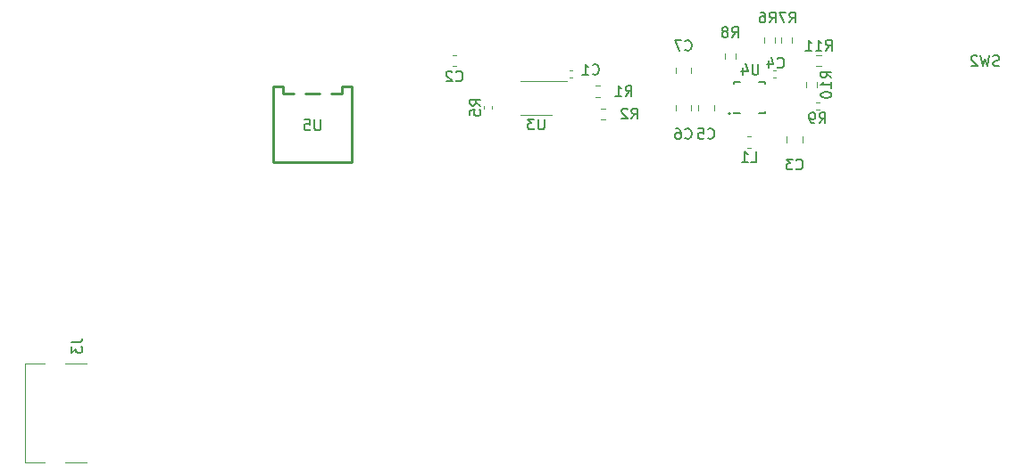
<source format=gbr>
%TF.GenerationSoftware,KiCad,Pcbnew,7.0.9*%
%TF.CreationDate,2024-03-17T17:30:52-07:00*%
%TF.ProjectId,PiEmulator,5069456d-756c-4617-946f-722e6b696361,rev?*%
%TF.SameCoordinates,Original*%
%TF.FileFunction,Legend,Bot*%
%TF.FilePolarity,Positive*%
%FSLAX46Y46*%
G04 Gerber Fmt 4.6, Leading zero omitted, Abs format (unit mm)*
G04 Created by KiCad (PCBNEW 7.0.9) date 2024-03-17 17:30:52*
%MOMM*%
%LPD*%
G01*
G04 APERTURE LIST*
%ADD10C,0.150000*%
%ADD11C,0.120000*%
%ADD12C,0.250000*%
G04 APERTURE END LIST*
D10*
X134687166Y-85444819D02*
X135020499Y-84968628D01*
X135258594Y-85444819D02*
X135258594Y-84444819D01*
X135258594Y-84444819D02*
X134877642Y-84444819D01*
X134877642Y-84444819D02*
X134782404Y-84492438D01*
X134782404Y-84492438D02*
X134734785Y-84540057D01*
X134734785Y-84540057D02*
X134687166Y-84635295D01*
X134687166Y-84635295D02*
X134687166Y-84778152D01*
X134687166Y-84778152D02*
X134734785Y-84873390D01*
X134734785Y-84873390D02*
X134782404Y-84921009D01*
X134782404Y-84921009D02*
X134877642Y-84968628D01*
X134877642Y-84968628D02*
X135258594Y-84968628D01*
X134210975Y-85444819D02*
X134020499Y-85444819D01*
X134020499Y-85444819D02*
X133925261Y-85397200D01*
X133925261Y-85397200D02*
X133877642Y-85349580D01*
X133877642Y-85349580D02*
X133782404Y-85206723D01*
X133782404Y-85206723D02*
X133734785Y-85016247D01*
X133734785Y-85016247D02*
X133734785Y-84635295D01*
X133734785Y-84635295D02*
X133782404Y-84540057D01*
X133782404Y-84540057D02*
X133830023Y-84492438D01*
X133830023Y-84492438D02*
X133925261Y-84444819D01*
X133925261Y-84444819D02*
X134115737Y-84444819D01*
X134115737Y-84444819D02*
X134210975Y-84492438D01*
X134210975Y-84492438D02*
X134258594Y-84540057D01*
X134258594Y-84540057D02*
X134306213Y-84635295D01*
X134306213Y-84635295D02*
X134306213Y-84873390D01*
X134306213Y-84873390D02*
X134258594Y-84968628D01*
X134258594Y-84968628D02*
X134210975Y-85016247D01*
X134210975Y-85016247D02*
X134115737Y-85063866D01*
X134115737Y-85063866D02*
X133925261Y-85063866D01*
X133925261Y-85063866D02*
X133830023Y-85016247D01*
X133830023Y-85016247D02*
X133782404Y-84968628D01*
X133782404Y-84968628D02*
X133734785Y-84873390D01*
X128904904Y-79845819D02*
X128904904Y-80655342D01*
X128904904Y-80655342D02*
X128857285Y-80750580D01*
X128857285Y-80750580D02*
X128809666Y-80798200D01*
X128809666Y-80798200D02*
X128714428Y-80845819D01*
X128714428Y-80845819D02*
X128523952Y-80845819D01*
X128523952Y-80845819D02*
X128428714Y-80798200D01*
X128428714Y-80798200D02*
X128381095Y-80750580D01*
X128381095Y-80750580D02*
X128333476Y-80655342D01*
X128333476Y-80655342D02*
X128333476Y-79845819D01*
X127428714Y-80179152D02*
X127428714Y-80845819D01*
X127666809Y-79798200D02*
X127904904Y-80512485D01*
X127904904Y-80512485D02*
X127285857Y-80512485D01*
X151744332Y-79972200D02*
X151601475Y-80019819D01*
X151601475Y-80019819D02*
X151363380Y-80019819D01*
X151363380Y-80019819D02*
X151268142Y-79972200D01*
X151268142Y-79972200D02*
X151220523Y-79924580D01*
X151220523Y-79924580D02*
X151172904Y-79829342D01*
X151172904Y-79829342D02*
X151172904Y-79734104D01*
X151172904Y-79734104D02*
X151220523Y-79638866D01*
X151220523Y-79638866D02*
X151268142Y-79591247D01*
X151268142Y-79591247D02*
X151363380Y-79543628D01*
X151363380Y-79543628D02*
X151553856Y-79496009D01*
X151553856Y-79496009D02*
X151649094Y-79448390D01*
X151649094Y-79448390D02*
X151696713Y-79400771D01*
X151696713Y-79400771D02*
X151744332Y-79305533D01*
X151744332Y-79305533D02*
X151744332Y-79210295D01*
X151744332Y-79210295D02*
X151696713Y-79115057D01*
X151696713Y-79115057D02*
X151649094Y-79067438D01*
X151649094Y-79067438D02*
X151553856Y-79019819D01*
X151553856Y-79019819D02*
X151315761Y-79019819D01*
X151315761Y-79019819D02*
X151172904Y-79067438D01*
X150839570Y-79019819D02*
X150601475Y-80019819D01*
X150601475Y-80019819D02*
X150410999Y-79305533D01*
X150410999Y-79305533D02*
X150220523Y-80019819D01*
X150220523Y-80019819D02*
X149982428Y-79019819D01*
X149649094Y-79115057D02*
X149601475Y-79067438D01*
X149601475Y-79067438D02*
X149506237Y-79019819D01*
X149506237Y-79019819D02*
X149268142Y-79019819D01*
X149268142Y-79019819D02*
X149172904Y-79067438D01*
X149172904Y-79067438D02*
X149125285Y-79115057D01*
X149125285Y-79115057D02*
X149077666Y-79210295D01*
X149077666Y-79210295D02*
X149077666Y-79305533D01*
X149077666Y-79305533D02*
X149125285Y-79448390D01*
X149125285Y-79448390D02*
X149696713Y-80019819D01*
X149696713Y-80019819D02*
X149077666Y-80019819D01*
X63787819Y-106271666D02*
X64502104Y-106271666D01*
X64502104Y-106271666D02*
X64644961Y-106224047D01*
X64644961Y-106224047D02*
X64740200Y-106128809D01*
X64740200Y-106128809D02*
X64787819Y-105985952D01*
X64787819Y-105985952D02*
X64787819Y-105890714D01*
X63787819Y-106652619D02*
X63787819Y-107271666D01*
X63787819Y-107271666D02*
X64168771Y-106938333D01*
X64168771Y-106938333D02*
X64168771Y-107081190D01*
X64168771Y-107081190D02*
X64216390Y-107176428D01*
X64216390Y-107176428D02*
X64264009Y-107224047D01*
X64264009Y-107224047D02*
X64359247Y-107271666D01*
X64359247Y-107271666D02*
X64597342Y-107271666D01*
X64597342Y-107271666D02*
X64692580Y-107224047D01*
X64692580Y-107224047D02*
X64740200Y-107176428D01*
X64740200Y-107176428D02*
X64787819Y-107081190D01*
X64787819Y-107081190D02*
X64787819Y-106795476D01*
X64787819Y-106795476D02*
X64740200Y-106700238D01*
X64740200Y-106700238D02*
X64692580Y-106652619D01*
X121959666Y-86846580D02*
X122007285Y-86894200D01*
X122007285Y-86894200D02*
X122150142Y-86941819D01*
X122150142Y-86941819D02*
X122245380Y-86941819D01*
X122245380Y-86941819D02*
X122388237Y-86894200D01*
X122388237Y-86894200D02*
X122483475Y-86798961D01*
X122483475Y-86798961D02*
X122531094Y-86703723D01*
X122531094Y-86703723D02*
X122578713Y-86513247D01*
X122578713Y-86513247D02*
X122578713Y-86370390D01*
X122578713Y-86370390D02*
X122531094Y-86179914D01*
X122531094Y-86179914D02*
X122483475Y-86084676D01*
X122483475Y-86084676D02*
X122388237Y-85989438D01*
X122388237Y-85989438D02*
X122245380Y-85941819D01*
X122245380Y-85941819D02*
X122150142Y-85941819D01*
X122150142Y-85941819D02*
X122007285Y-85989438D01*
X122007285Y-85989438D02*
X121959666Y-86037057D01*
X121102523Y-85941819D02*
X121292999Y-85941819D01*
X121292999Y-85941819D02*
X121388237Y-85989438D01*
X121388237Y-85989438D02*
X121435856Y-86037057D01*
X121435856Y-86037057D02*
X121531094Y-86179914D01*
X121531094Y-86179914D02*
X121578713Y-86370390D01*
X121578713Y-86370390D02*
X121578713Y-86751342D01*
X121578713Y-86751342D02*
X121531094Y-86846580D01*
X121531094Y-86846580D02*
X121483475Y-86894200D01*
X121483475Y-86894200D02*
X121388237Y-86941819D01*
X121388237Y-86941819D02*
X121197761Y-86941819D01*
X121197761Y-86941819D02*
X121102523Y-86894200D01*
X121102523Y-86894200D02*
X121054904Y-86846580D01*
X121054904Y-86846580D02*
X121007285Y-86751342D01*
X121007285Y-86751342D02*
X121007285Y-86513247D01*
X121007285Y-86513247D02*
X121054904Y-86418009D01*
X121054904Y-86418009D02*
X121102523Y-86370390D01*
X121102523Y-86370390D02*
X121197761Y-86322771D01*
X121197761Y-86322771D02*
X121388237Y-86322771D01*
X121388237Y-86322771D02*
X121483475Y-86370390D01*
X121483475Y-86370390D02*
X121531094Y-86418009D01*
X121531094Y-86418009D02*
X121578713Y-86513247D01*
X87395904Y-85115819D02*
X87395904Y-85925342D01*
X87395904Y-85925342D02*
X87348285Y-86020580D01*
X87348285Y-86020580D02*
X87300666Y-86068200D01*
X87300666Y-86068200D02*
X87205428Y-86115819D01*
X87205428Y-86115819D02*
X87014952Y-86115819D01*
X87014952Y-86115819D02*
X86919714Y-86068200D01*
X86919714Y-86068200D02*
X86872095Y-86020580D01*
X86872095Y-86020580D02*
X86824476Y-85925342D01*
X86824476Y-85925342D02*
X86824476Y-85115819D01*
X85872095Y-85115819D02*
X86348285Y-85115819D01*
X86348285Y-85115819D02*
X86395904Y-85592009D01*
X86395904Y-85592009D02*
X86348285Y-85544390D01*
X86348285Y-85544390D02*
X86253047Y-85496771D01*
X86253047Y-85496771D02*
X86014952Y-85496771D01*
X86014952Y-85496771D02*
X85919714Y-85544390D01*
X85919714Y-85544390D02*
X85872095Y-85592009D01*
X85872095Y-85592009D02*
X85824476Y-85687247D01*
X85824476Y-85687247D02*
X85824476Y-85925342D01*
X85824476Y-85925342D02*
X85872095Y-86020580D01*
X85872095Y-86020580D02*
X85919714Y-86068200D01*
X85919714Y-86068200D02*
X86014952Y-86115819D01*
X86014952Y-86115819D02*
X86253047Y-86115819D01*
X86253047Y-86115819D02*
X86348285Y-86068200D01*
X86348285Y-86068200D02*
X86395904Y-86020580D01*
X108607904Y-85052819D02*
X108607904Y-85862342D01*
X108607904Y-85862342D02*
X108560285Y-85957580D01*
X108560285Y-85957580D02*
X108512666Y-86005200D01*
X108512666Y-86005200D02*
X108417428Y-86052819D01*
X108417428Y-86052819D02*
X108226952Y-86052819D01*
X108226952Y-86052819D02*
X108131714Y-86005200D01*
X108131714Y-86005200D02*
X108084095Y-85957580D01*
X108084095Y-85957580D02*
X108036476Y-85862342D01*
X108036476Y-85862342D02*
X108036476Y-85052819D01*
X107655523Y-85052819D02*
X107036476Y-85052819D01*
X107036476Y-85052819D02*
X107369809Y-85433771D01*
X107369809Y-85433771D02*
X107226952Y-85433771D01*
X107226952Y-85433771D02*
X107131714Y-85481390D01*
X107131714Y-85481390D02*
X107084095Y-85529009D01*
X107084095Y-85529009D02*
X107036476Y-85624247D01*
X107036476Y-85624247D02*
X107036476Y-85862342D01*
X107036476Y-85862342D02*
X107084095Y-85957580D01*
X107084095Y-85957580D02*
X107131714Y-86005200D01*
X107131714Y-86005200D02*
X107226952Y-86052819D01*
X107226952Y-86052819D02*
X107512666Y-86052819D01*
X107512666Y-86052819D02*
X107607904Y-86005200D01*
X107607904Y-86005200D02*
X107655523Y-85957580D01*
X135833319Y-81145142D02*
X135357128Y-80811809D01*
X135833319Y-80573714D02*
X134833319Y-80573714D01*
X134833319Y-80573714D02*
X134833319Y-80954666D01*
X134833319Y-80954666D02*
X134880938Y-81049904D01*
X134880938Y-81049904D02*
X134928557Y-81097523D01*
X134928557Y-81097523D02*
X135023795Y-81145142D01*
X135023795Y-81145142D02*
X135166652Y-81145142D01*
X135166652Y-81145142D02*
X135261890Y-81097523D01*
X135261890Y-81097523D02*
X135309509Y-81049904D01*
X135309509Y-81049904D02*
X135357128Y-80954666D01*
X135357128Y-80954666D02*
X135357128Y-80573714D01*
X135833319Y-82097523D02*
X135833319Y-81526095D01*
X135833319Y-81811809D02*
X134833319Y-81811809D01*
X134833319Y-81811809D02*
X134976176Y-81716571D01*
X134976176Y-81716571D02*
X135071414Y-81621333D01*
X135071414Y-81621333D02*
X135119033Y-81526095D01*
X134833319Y-82716571D02*
X134833319Y-82811809D01*
X134833319Y-82811809D02*
X134880938Y-82907047D01*
X134880938Y-82907047D02*
X134928557Y-82954666D01*
X134928557Y-82954666D02*
X135023795Y-83002285D01*
X135023795Y-83002285D02*
X135214271Y-83049904D01*
X135214271Y-83049904D02*
X135452366Y-83049904D01*
X135452366Y-83049904D02*
X135642842Y-83002285D01*
X135642842Y-83002285D02*
X135738080Y-82954666D01*
X135738080Y-82954666D02*
X135785700Y-82907047D01*
X135785700Y-82907047D02*
X135833319Y-82811809D01*
X135833319Y-82811809D02*
X135833319Y-82716571D01*
X135833319Y-82716571D02*
X135785700Y-82621333D01*
X135785700Y-82621333D02*
X135738080Y-82573714D01*
X135738080Y-82573714D02*
X135642842Y-82526095D01*
X135642842Y-82526095D02*
X135452366Y-82478476D01*
X135452366Y-82478476D02*
X135214271Y-82478476D01*
X135214271Y-82478476D02*
X135023795Y-82526095D01*
X135023795Y-82526095D02*
X134928557Y-82573714D01*
X134928557Y-82573714D02*
X134880938Y-82621333D01*
X134880938Y-82621333D02*
X134833319Y-82716571D01*
X102562819Y-83780333D02*
X102086628Y-83447000D01*
X102562819Y-83208905D02*
X101562819Y-83208905D01*
X101562819Y-83208905D02*
X101562819Y-83589857D01*
X101562819Y-83589857D02*
X101610438Y-83685095D01*
X101610438Y-83685095D02*
X101658057Y-83732714D01*
X101658057Y-83732714D02*
X101753295Y-83780333D01*
X101753295Y-83780333D02*
X101896152Y-83780333D01*
X101896152Y-83780333D02*
X101991390Y-83732714D01*
X101991390Y-83732714D02*
X102039009Y-83685095D01*
X102039009Y-83685095D02*
X102086628Y-83589857D01*
X102086628Y-83589857D02*
X102086628Y-83208905D01*
X101562819Y-84685095D02*
X101562819Y-84208905D01*
X101562819Y-84208905D02*
X102039009Y-84161286D01*
X102039009Y-84161286D02*
X101991390Y-84208905D01*
X101991390Y-84208905D02*
X101943771Y-84304143D01*
X101943771Y-84304143D02*
X101943771Y-84542238D01*
X101943771Y-84542238D02*
X101991390Y-84637476D01*
X101991390Y-84637476D02*
X102039009Y-84685095D01*
X102039009Y-84685095D02*
X102134247Y-84732714D01*
X102134247Y-84732714D02*
X102372342Y-84732714D01*
X102372342Y-84732714D02*
X102467580Y-84685095D01*
X102467580Y-84685095D02*
X102515200Y-84637476D01*
X102515200Y-84637476D02*
X102562819Y-84542238D01*
X102562819Y-84542238D02*
X102562819Y-84304143D01*
X102562819Y-84304143D02*
X102515200Y-84208905D01*
X102515200Y-84208905D02*
X102467580Y-84161286D01*
X124118666Y-86846580D02*
X124166285Y-86894200D01*
X124166285Y-86894200D02*
X124309142Y-86941819D01*
X124309142Y-86941819D02*
X124404380Y-86941819D01*
X124404380Y-86941819D02*
X124547237Y-86894200D01*
X124547237Y-86894200D02*
X124642475Y-86798961D01*
X124642475Y-86798961D02*
X124690094Y-86703723D01*
X124690094Y-86703723D02*
X124737713Y-86513247D01*
X124737713Y-86513247D02*
X124737713Y-86370390D01*
X124737713Y-86370390D02*
X124690094Y-86179914D01*
X124690094Y-86179914D02*
X124642475Y-86084676D01*
X124642475Y-86084676D02*
X124547237Y-85989438D01*
X124547237Y-85989438D02*
X124404380Y-85941819D01*
X124404380Y-85941819D02*
X124309142Y-85941819D01*
X124309142Y-85941819D02*
X124166285Y-85989438D01*
X124166285Y-85989438D02*
X124118666Y-86037057D01*
X123213904Y-85941819D02*
X123690094Y-85941819D01*
X123690094Y-85941819D02*
X123737713Y-86418009D01*
X123737713Y-86418009D02*
X123690094Y-86370390D01*
X123690094Y-86370390D02*
X123594856Y-86322771D01*
X123594856Y-86322771D02*
X123356761Y-86322771D01*
X123356761Y-86322771D02*
X123261523Y-86370390D01*
X123261523Y-86370390D02*
X123213904Y-86418009D01*
X123213904Y-86418009D02*
X123166285Y-86513247D01*
X123166285Y-86513247D02*
X123166285Y-86751342D01*
X123166285Y-86751342D02*
X123213904Y-86846580D01*
X123213904Y-86846580D02*
X123261523Y-86894200D01*
X123261523Y-86894200D02*
X123356761Y-86941819D01*
X123356761Y-86941819D02*
X123594856Y-86941819D01*
X123594856Y-86941819D02*
X123690094Y-86894200D01*
X123690094Y-86894200D02*
X123737713Y-86846580D01*
X129960666Y-75892819D02*
X130293999Y-75416628D01*
X130532094Y-75892819D02*
X130532094Y-74892819D01*
X130532094Y-74892819D02*
X130151142Y-74892819D01*
X130151142Y-74892819D02*
X130055904Y-74940438D01*
X130055904Y-74940438D02*
X130008285Y-74988057D01*
X130008285Y-74988057D02*
X129960666Y-75083295D01*
X129960666Y-75083295D02*
X129960666Y-75226152D01*
X129960666Y-75226152D02*
X130008285Y-75321390D01*
X130008285Y-75321390D02*
X130055904Y-75369009D01*
X130055904Y-75369009D02*
X130151142Y-75416628D01*
X130151142Y-75416628D02*
X130532094Y-75416628D01*
X129103523Y-74892819D02*
X129293999Y-74892819D01*
X129293999Y-74892819D02*
X129389237Y-74940438D01*
X129389237Y-74940438D02*
X129436856Y-74988057D01*
X129436856Y-74988057D02*
X129532094Y-75130914D01*
X129532094Y-75130914D02*
X129579713Y-75321390D01*
X129579713Y-75321390D02*
X129579713Y-75702342D01*
X129579713Y-75702342D02*
X129532094Y-75797580D01*
X129532094Y-75797580D02*
X129484475Y-75845200D01*
X129484475Y-75845200D02*
X129389237Y-75892819D01*
X129389237Y-75892819D02*
X129198761Y-75892819D01*
X129198761Y-75892819D02*
X129103523Y-75845200D01*
X129103523Y-75845200D02*
X129055904Y-75797580D01*
X129055904Y-75797580D02*
X129008285Y-75702342D01*
X129008285Y-75702342D02*
X129008285Y-75464247D01*
X129008285Y-75464247D02*
X129055904Y-75369009D01*
X129055904Y-75369009D02*
X129103523Y-75321390D01*
X129103523Y-75321390D02*
X129198761Y-75273771D01*
X129198761Y-75273771D02*
X129389237Y-75273771D01*
X129389237Y-75273771D02*
X129484475Y-75321390D01*
X129484475Y-75321390D02*
X129532094Y-75369009D01*
X129532094Y-75369009D02*
X129579713Y-75464247D01*
X132500666Y-89767580D02*
X132548285Y-89815200D01*
X132548285Y-89815200D02*
X132691142Y-89862819D01*
X132691142Y-89862819D02*
X132786380Y-89862819D01*
X132786380Y-89862819D02*
X132929237Y-89815200D01*
X132929237Y-89815200D02*
X133024475Y-89719961D01*
X133024475Y-89719961D02*
X133072094Y-89624723D01*
X133072094Y-89624723D02*
X133119713Y-89434247D01*
X133119713Y-89434247D02*
X133119713Y-89291390D01*
X133119713Y-89291390D02*
X133072094Y-89100914D01*
X133072094Y-89100914D02*
X133024475Y-89005676D01*
X133024475Y-89005676D02*
X132929237Y-88910438D01*
X132929237Y-88910438D02*
X132786380Y-88862819D01*
X132786380Y-88862819D02*
X132691142Y-88862819D01*
X132691142Y-88862819D02*
X132548285Y-88910438D01*
X132548285Y-88910438D02*
X132500666Y-88958057D01*
X132167332Y-88862819D02*
X131548285Y-88862819D01*
X131548285Y-88862819D02*
X131881618Y-89243771D01*
X131881618Y-89243771D02*
X131738761Y-89243771D01*
X131738761Y-89243771D02*
X131643523Y-89291390D01*
X131643523Y-89291390D02*
X131595904Y-89339009D01*
X131595904Y-89339009D02*
X131548285Y-89434247D01*
X131548285Y-89434247D02*
X131548285Y-89672342D01*
X131548285Y-89672342D02*
X131595904Y-89767580D01*
X131595904Y-89767580D02*
X131643523Y-89815200D01*
X131643523Y-89815200D02*
X131738761Y-89862819D01*
X131738761Y-89862819D02*
X132024475Y-89862819D01*
X132024475Y-89862819D02*
X132119713Y-89815200D01*
X132119713Y-89815200D02*
X132167332Y-89767580D01*
X131865666Y-75892819D02*
X132198999Y-75416628D01*
X132437094Y-75892819D02*
X132437094Y-74892819D01*
X132437094Y-74892819D02*
X132056142Y-74892819D01*
X132056142Y-74892819D02*
X131960904Y-74940438D01*
X131960904Y-74940438D02*
X131913285Y-74988057D01*
X131913285Y-74988057D02*
X131865666Y-75083295D01*
X131865666Y-75083295D02*
X131865666Y-75226152D01*
X131865666Y-75226152D02*
X131913285Y-75321390D01*
X131913285Y-75321390D02*
X131960904Y-75369009D01*
X131960904Y-75369009D02*
X132056142Y-75416628D01*
X132056142Y-75416628D02*
X132437094Y-75416628D01*
X131532332Y-74892819D02*
X130865666Y-74892819D01*
X130865666Y-74892819D02*
X131294237Y-75892819D01*
X100242666Y-81385580D02*
X100290285Y-81433200D01*
X100290285Y-81433200D02*
X100433142Y-81480819D01*
X100433142Y-81480819D02*
X100528380Y-81480819D01*
X100528380Y-81480819D02*
X100671237Y-81433200D01*
X100671237Y-81433200D02*
X100766475Y-81337961D01*
X100766475Y-81337961D02*
X100814094Y-81242723D01*
X100814094Y-81242723D02*
X100861713Y-81052247D01*
X100861713Y-81052247D02*
X100861713Y-80909390D01*
X100861713Y-80909390D02*
X100814094Y-80718914D01*
X100814094Y-80718914D02*
X100766475Y-80623676D01*
X100766475Y-80623676D02*
X100671237Y-80528438D01*
X100671237Y-80528438D02*
X100528380Y-80480819D01*
X100528380Y-80480819D02*
X100433142Y-80480819D01*
X100433142Y-80480819D02*
X100290285Y-80528438D01*
X100290285Y-80528438D02*
X100242666Y-80576057D01*
X99861713Y-80576057D02*
X99814094Y-80528438D01*
X99814094Y-80528438D02*
X99718856Y-80480819D01*
X99718856Y-80480819D02*
X99480761Y-80480819D01*
X99480761Y-80480819D02*
X99385523Y-80528438D01*
X99385523Y-80528438D02*
X99337904Y-80576057D01*
X99337904Y-80576057D02*
X99290285Y-80671295D01*
X99290285Y-80671295D02*
X99290285Y-80766533D01*
X99290285Y-80766533D02*
X99337904Y-80909390D01*
X99337904Y-80909390D02*
X99909332Y-81480819D01*
X99909332Y-81480819D02*
X99290285Y-81480819D01*
X121959666Y-78464580D02*
X122007285Y-78512200D01*
X122007285Y-78512200D02*
X122150142Y-78559819D01*
X122150142Y-78559819D02*
X122245380Y-78559819D01*
X122245380Y-78559819D02*
X122388237Y-78512200D01*
X122388237Y-78512200D02*
X122483475Y-78416961D01*
X122483475Y-78416961D02*
X122531094Y-78321723D01*
X122531094Y-78321723D02*
X122578713Y-78131247D01*
X122578713Y-78131247D02*
X122578713Y-77988390D01*
X122578713Y-77988390D02*
X122531094Y-77797914D01*
X122531094Y-77797914D02*
X122483475Y-77702676D01*
X122483475Y-77702676D02*
X122388237Y-77607438D01*
X122388237Y-77607438D02*
X122245380Y-77559819D01*
X122245380Y-77559819D02*
X122150142Y-77559819D01*
X122150142Y-77559819D02*
X122007285Y-77607438D01*
X122007285Y-77607438D02*
X121959666Y-77655057D01*
X121626332Y-77559819D02*
X120959666Y-77559819D01*
X120959666Y-77559819D02*
X121388237Y-78559819D01*
X130722666Y-80115580D02*
X130770285Y-80163200D01*
X130770285Y-80163200D02*
X130913142Y-80210819D01*
X130913142Y-80210819D02*
X131008380Y-80210819D01*
X131008380Y-80210819D02*
X131151237Y-80163200D01*
X131151237Y-80163200D02*
X131246475Y-80067961D01*
X131246475Y-80067961D02*
X131294094Y-79972723D01*
X131294094Y-79972723D02*
X131341713Y-79782247D01*
X131341713Y-79782247D02*
X131341713Y-79639390D01*
X131341713Y-79639390D02*
X131294094Y-79448914D01*
X131294094Y-79448914D02*
X131246475Y-79353676D01*
X131246475Y-79353676D02*
X131151237Y-79258438D01*
X131151237Y-79258438D02*
X131008380Y-79210819D01*
X131008380Y-79210819D02*
X130913142Y-79210819D01*
X130913142Y-79210819D02*
X130770285Y-79258438D01*
X130770285Y-79258438D02*
X130722666Y-79306057D01*
X129865523Y-79544152D02*
X129865523Y-80210819D01*
X130103618Y-79163200D02*
X130341713Y-79877485D01*
X130341713Y-79877485D02*
X129722666Y-79877485D01*
X128208166Y-89133819D02*
X128684356Y-89133819D01*
X128684356Y-89133819D02*
X128684356Y-88133819D01*
X127351023Y-89133819D02*
X127922451Y-89133819D01*
X127636737Y-89133819D02*
X127636737Y-88133819D01*
X127636737Y-88133819D02*
X127731975Y-88276676D01*
X127731975Y-88276676D02*
X127827213Y-88371914D01*
X127827213Y-88371914D02*
X127922451Y-88419533D01*
X113168666Y-80750580D02*
X113216285Y-80798200D01*
X113216285Y-80798200D02*
X113359142Y-80845819D01*
X113359142Y-80845819D02*
X113454380Y-80845819D01*
X113454380Y-80845819D02*
X113597237Y-80798200D01*
X113597237Y-80798200D02*
X113692475Y-80702961D01*
X113692475Y-80702961D02*
X113740094Y-80607723D01*
X113740094Y-80607723D02*
X113787713Y-80417247D01*
X113787713Y-80417247D02*
X113787713Y-80274390D01*
X113787713Y-80274390D02*
X113740094Y-80083914D01*
X113740094Y-80083914D02*
X113692475Y-79988676D01*
X113692475Y-79988676D02*
X113597237Y-79893438D01*
X113597237Y-79893438D02*
X113454380Y-79845819D01*
X113454380Y-79845819D02*
X113359142Y-79845819D01*
X113359142Y-79845819D02*
X113216285Y-79893438D01*
X113216285Y-79893438D02*
X113168666Y-79941057D01*
X112216285Y-80845819D02*
X112787713Y-80845819D01*
X112501999Y-80845819D02*
X112501999Y-79845819D01*
X112501999Y-79845819D02*
X112597237Y-79988676D01*
X112597237Y-79988676D02*
X112692475Y-80083914D01*
X112692475Y-80083914D02*
X112787713Y-80131533D01*
X116879666Y-85036819D02*
X117212999Y-84560628D01*
X117451094Y-85036819D02*
X117451094Y-84036819D01*
X117451094Y-84036819D02*
X117070142Y-84036819D01*
X117070142Y-84036819D02*
X116974904Y-84084438D01*
X116974904Y-84084438D02*
X116927285Y-84132057D01*
X116927285Y-84132057D02*
X116879666Y-84227295D01*
X116879666Y-84227295D02*
X116879666Y-84370152D01*
X116879666Y-84370152D02*
X116927285Y-84465390D01*
X116927285Y-84465390D02*
X116974904Y-84513009D01*
X116974904Y-84513009D02*
X117070142Y-84560628D01*
X117070142Y-84560628D02*
X117451094Y-84560628D01*
X116498713Y-84132057D02*
X116451094Y-84084438D01*
X116451094Y-84084438D02*
X116355856Y-84036819D01*
X116355856Y-84036819D02*
X116117761Y-84036819D01*
X116117761Y-84036819D02*
X116022523Y-84084438D01*
X116022523Y-84084438D02*
X115974904Y-84132057D01*
X115974904Y-84132057D02*
X115927285Y-84227295D01*
X115927285Y-84227295D02*
X115927285Y-84322533D01*
X115927285Y-84322533D02*
X115974904Y-84465390D01*
X115974904Y-84465390D02*
X116546332Y-85036819D01*
X116546332Y-85036819D02*
X115927285Y-85036819D01*
X126404666Y-77289819D02*
X126737999Y-76813628D01*
X126976094Y-77289819D02*
X126976094Y-76289819D01*
X126976094Y-76289819D02*
X126595142Y-76289819D01*
X126595142Y-76289819D02*
X126499904Y-76337438D01*
X126499904Y-76337438D02*
X126452285Y-76385057D01*
X126452285Y-76385057D02*
X126404666Y-76480295D01*
X126404666Y-76480295D02*
X126404666Y-76623152D01*
X126404666Y-76623152D02*
X126452285Y-76718390D01*
X126452285Y-76718390D02*
X126499904Y-76766009D01*
X126499904Y-76766009D02*
X126595142Y-76813628D01*
X126595142Y-76813628D02*
X126976094Y-76813628D01*
X125833237Y-76718390D02*
X125928475Y-76670771D01*
X125928475Y-76670771D02*
X125976094Y-76623152D01*
X125976094Y-76623152D02*
X126023713Y-76527914D01*
X126023713Y-76527914D02*
X126023713Y-76480295D01*
X126023713Y-76480295D02*
X125976094Y-76385057D01*
X125976094Y-76385057D02*
X125928475Y-76337438D01*
X125928475Y-76337438D02*
X125833237Y-76289819D01*
X125833237Y-76289819D02*
X125642761Y-76289819D01*
X125642761Y-76289819D02*
X125547523Y-76337438D01*
X125547523Y-76337438D02*
X125499904Y-76385057D01*
X125499904Y-76385057D02*
X125452285Y-76480295D01*
X125452285Y-76480295D02*
X125452285Y-76527914D01*
X125452285Y-76527914D02*
X125499904Y-76623152D01*
X125499904Y-76623152D02*
X125547523Y-76670771D01*
X125547523Y-76670771D02*
X125642761Y-76718390D01*
X125642761Y-76718390D02*
X125833237Y-76718390D01*
X125833237Y-76718390D02*
X125928475Y-76766009D01*
X125928475Y-76766009D02*
X125976094Y-76813628D01*
X125976094Y-76813628D02*
X126023713Y-76908866D01*
X126023713Y-76908866D02*
X126023713Y-77099342D01*
X126023713Y-77099342D02*
X125976094Y-77194580D01*
X125976094Y-77194580D02*
X125928475Y-77242200D01*
X125928475Y-77242200D02*
X125833237Y-77289819D01*
X125833237Y-77289819D02*
X125642761Y-77289819D01*
X125642761Y-77289819D02*
X125547523Y-77242200D01*
X125547523Y-77242200D02*
X125499904Y-77194580D01*
X125499904Y-77194580D02*
X125452285Y-77099342D01*
X125452285Y-77099342D02*
X125452285Y-76908866D01*
X125452285Y-76908866D02*
X125499904Y-76813628D01*
X125499904Y-76813628D02*
X125547523Y-76766009D01*
X125547523Y-76766009D02*
X125642761Y-76718390D01*
X135290357Y-78542819D02*
X135623690Y-78066628D01*
X135861785Y-78542819D02*
X135861785Y-77542819D01*
X135861785Y-77542819D02*
X135480833Y-77542819D01*
X135480833Y-77542819D02*
X135385595Y-77590438D01*
X135385595Y-77590438D02*
X135337976Y-77638057D01*
X135337976Y-77638057D02*
X135290357Y-77733295D01*
X135290357Y-77733295D02*
X135290357Y-77876152D01*
X135290357Y-77876152D02*
X135337976Y-77971390D01*
X135337976Y-77971390D02*
X135385595Y-78019009D01*
X135385595Y-78019009D02*
X135480833Y-78066628D01*
X135480833Y-78066628D02*
X135861785Y-78066628D01*
X134337976Y-78542819D02*
X134909404Y-78542819D01*
X134623690Y-78542819D02*
X134623690Y-77542819D01*
X134623690Y-77542819D02*
X134718928Y-77685676D01*
X134718928Y-77685676D02*
X134814166Y-77780914D01*
X134814166Y-77780914D02*
X134909404Y-77828533D01*
X133385595Y-78542819D02*
X133957023Y-78542819D01*
X133671309Y-78542819D02*
X133671309Y-77542819D01*
X133671309Y-77542819D02*
X133766547Y-77685676D01*
X133766547Y-77685676D02*
X133861785Y-77780914D01*
X133861785Y-77780914D02*
X133957023Y-77828533D01*
X116308666Y-82877819D02*
X116641999Y-82401628D01*
X116880094Y-82877819D02*
X116880094Y-81877819D01*
X116880094Y-81877819D02*
X116499142Y-81877819D01*
X116499142Y-81877819D02*
X116403904Y-81925438D01*
X116403904Y-81925438D02*
X116356285Y-81973057D01*
X116356285Y-81973057D02*
X116308666Y-82068295D01*
X116308666Y-82068295D02*
X116308666Y-82211152D01*
X116308666Y-82211152D02*
X116356285Y-82306390D01*
X116356285Y-82306390D02*
X116403904Y-82354009D01*
X116403904Y-82354009D02*
X116499142Y-82401628D01*
X116499142Y-82401628D02*
X116880094Y-82401628D01*
X115356285Y-82877819D02*
X115927713Y-82877819D01*
X115641999Y-82877819D02*
X115641999Y-81877819D01*
X115641999Y-81877819D02*
X115737237Y-82020676D01*
X115737237Y-82020676D02*
X115832475Y-82115914D01*
X115832475Y-82115914D02*
X115927713Y-82163533D01*
D11*
%TO.C,R9*%
X134366859Y-83440000D02*
X134674141Y-83440000D01*
X134366859Y-84200000D02*
X134674141Y-84200000D01*
D10*
%TO.C,U4*%
X126565500Y-84532000D02*
X126565500Y-84382000D01*
X127165500Y-84532000D02*
X126565500Y-84532000D01*
X129565500Y-84532000D02*
X128955500Y-84532000D01*
X129565500Y-84532000D02*
X129565500Y-84332000D01*
X129565500Y-81742000D02*
X129565500Y-81532000D01*
X126565500Y-81682000D02*
X126565500Y-81532000D01*
X127165500Y-81532000D02*
X126565500Y-81532000D01*
X129565500Y-81532000D02*
X128955500Y-81532000D01*
X126235500Y-84562000D02*
G75*
G03*
X126235500Y-84562000I-70000J0D01*
G01*
D11*
%TO.C,J3*%
X59365000Y-117655000D02*
X59365000Y-108255000D01*
X61265000Y-117655000D02*
X59365000Y-117655000D01*
X65165000Y-117655000D02*
X63165000Y-117655000D01*
X61265000Y-108255000D02*
X59365000Y-108255000D01*
X65165000Y-108255000D02*
X63165000Y-108255000D01*
%TO.C,C6*%
X121083500Y-84274252D02*
X121083500Y-83751748D01*
X122553500Y-84274252D02*
X122553500Y-83751748D01*
D12*
%TO.C,U5*%
X82924000Y-81941000D02*
X83864000Y-81941000D01*
X82924000Y-81991000D02*
X82924000Y-89161000D01*
X82924000Y-89161000D02*
X90384000Y-89161000D01*
X83864000Y-81941000D02*
X83864000Y-82651000D01*
X83864000Y-82651000D02*
X84844000Y-82651000D01*
X85924000Y-82651000D02*
X87344000Y-82651000D01*
X88434000Y-82651000D02*
X89404000Y-82651000D01*
X89404000Y-81961000D02*
X90384000Y-81961000D01*
X89404000Y-82651000D02*
X89404000Y-81961000D01*
X90384000Y-81991000D02*
X90384000Y-89161000D01*
D11*
%TO.C,U3*%
X107846000Y-84673000D02*
X109346000Y-84673000D01*
X107846000Y-84673000D02*
X106346000Y-84673000D01*
X107846000Y-81453000D02*
X110721000Y-81453000D01*
X107846000Y-81453000D02*
X106346000Y-81453000D01*
%TO.C,R10*%
X133426000Y-82025258D02*
X133426000Y-81550742D01*
X134471000Y-82025258D02*
X134471000Y-81550742D01*
%TO.C,R5*%
X102871000Y-84098641D02*
X102871000Y-83791359D01*
X103631000Y-84098641D02*
X103631000Y-83791359D01*
%TO.C,C5*%
X123242500Y-84274252D02*
X123242500Y-83751748D01*
X124712500Y-84274252D02*
X124712500Y-83751748D01*
%TO.C,R6*%
X130469000Y-77296742D02*
X130469000Y-77771258D01*
X129424000Y-77296742D02*
X129424000Y-77771258D01*
%TO.C,C3*%
X133094500Y-86733748D02*
X133094500Y-87256252D01*
X131624500Y-86733748D02*
X131624500Y-87256252D01*
%TO.C,R7*%
X131075000Y-77771258D02*
X131075000Y-77296742D01*
X132120000Y-77771258D02*
X132120000Y-77296742D01*
%TO.C,C2*%
X100216580Y-80012000D02*
X99935420Y-80012000D01*
X100216580Y-78992000D02*
X99935420Y-78992000D01*
%TO.C,C7*%
X122553500Y-80195748D02*
X122553500Y-80718252D01*
X121083500Y-80195748D02*
X121083500Y-80718252D01*
%TO.C,C4*%
X130562336Y-81132000D02*
X130346664Y-81132000D01*
X130562336Y-80412000D02*
X130346664Y-80412000D01*
%TO.C,L1*%
X127878721Y-86739000D02*
X128204279Y-86739000D01*
X127878721Y-87759000D02*
X128204279Y-87759000D01*
%TO.C,C1*%
X111017164Y-80412000D02*
X111232836Y-80412000D01*
X111017164Y-81132000D02*
X111232836Y-81132000D01*
%TO.C,R2*%
X113935742Y-84059500D02*
X114410258Y-84059500D01*
X113935742Y-85104500D02*
X114410258Y-85104500D01*
%TO.C,R8*%
X125741000Y-79295258D02*
X125741000Y-78820742D01*
X126786000Y-79295258D02*
X126786000Y-78820742D01*
%TO.C,R11*%
X134884758Y-80040500D02*
X134410242Y-80040500D01*
X134884758Y-78995500D02*
X134410242Y-78995500D01*
%TO.C,R1*%
X113427742Y-81900500D02*
X113902258Y-81900500D01*
X113427742Y-82945500D02*
X113902258Y-82945500D01*
%TD*%
M02*

</source>
